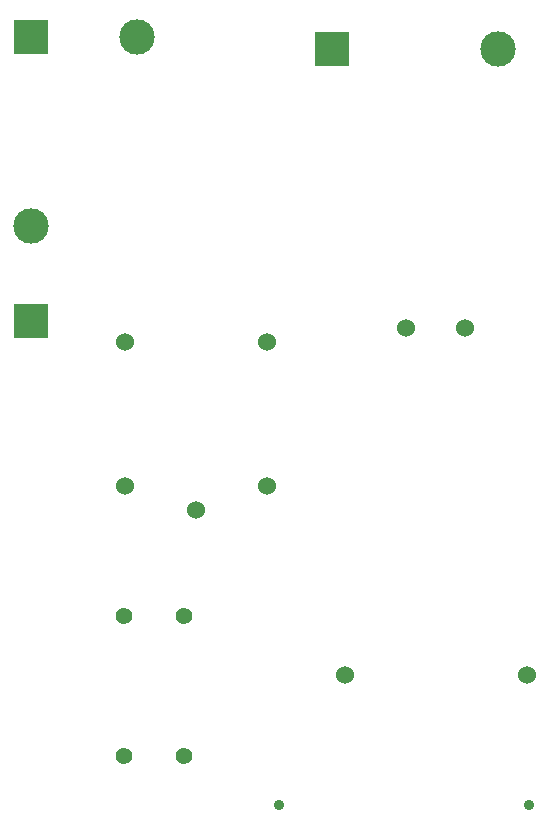
<source format=gtl>
G04*
G04 #@! TF.GenerationSoftware,Altium Limited,Altium Designer,20.0.13 (296)*
G04*
G04 Layer_Physical_Order=1*
G04 Layer_Color=255*
%FSLAX25Y25*%
%MOIN*%
G70*
G01*
G75*
%ADD20C,0.03543*%
%ADD21C,0.05606*%
%ADD22R,0.11811X0.11811*%
%ADD23C,0.11811*%
%ADD24C,0.06000*%
%ADD25R,0.11811X0.11811*%
D20*
X181890Y7874D02*
D03*
X98425D02*
D03*
D21*
X66929Y70866D02*
D03*
Y24016D02*
D03*
X46850Y70866D02*
D03*
Y24016D02*
D03*
D22*
X15748Y263780D02*
D03*
X116299Y259843D02*
D03*
D23*
X51181Y263780D02*
D03*
X15748Y200787D02*
D03*
X171417Y259843D02*
D03*
D24*
X47244Y114173D02*
D03*
X94488D02*
D03*
X70866Y106299D02*
D03*
X47244Y162205D02*
D03*
X94488D02*
D03*
X120473Y51181D02*
D03*
X181103D02*
D03*
X140945Y166929D02*
D03*
X160630D02*
D03*
D25*
X15748Y169291D02*
D03*
M02*

</source>
